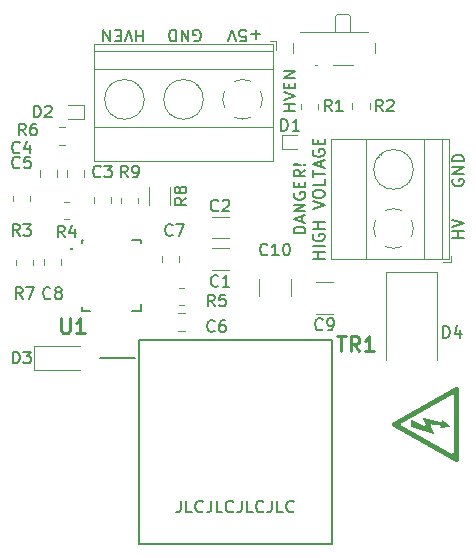
<source format=gbr>
%TF.GenerationSoftware,KiCad,Pcbnew,8.0.3-8.0.3-0~ubuntu22.04.1*%
%TF.CreationDate,2024-06-24T08:31:55-07:00*%
%TF.ProjectId,converter,636f6e76-6572-4746-9572-2e6b69636164,0.1*%
%TF.SameCoordinates,Original*%
%TF.FileFunction,Legend,Top*%
%TF.FilePolarity,Positive*%
%FSLAX46Y46*%
G04 Gerber Fmt 4.6, Leading zero omitted, Abs format (unit mm)*
G04 Created by KiCad (PCBNEW 8.0.3-8.0.3-0~ubuntu22.04.1) date 2024-06-24 08:31:55*
%MOMM*%
%LPD*%
G01*
G04 APERTURE LIST*
%ADD10C,0.200000*%
%ADD11C,0.150000*%
%ADD12C,0.254000*%
%ADD13C,0.120000*%
%ADD14C,0.400000*%
%ADD15C,0.101600*%
%ADD16C,0.100000*%
G04 APERTURE END LIST*
D10*
X97556387Y-87259219D02*
X97556387Y-87973504D01*
X97556387Y-87973504D02*
X97508768Y-88116361D01*
X97508768Y-88116361D02*
X97413530Y-88211600D01*
X97413530Y-88211600D02*
X97270673Y-88259219D01*
X97270673Y-88259219D02*
X97175435Y-88259219D01*
X98508768Y-88259219D02*
X98032578Y-88259219D01*
X98032578Y-88259219D02*
X98032578Y-87259219D01*
X99413530Y-88163980D02*
X99365911Y-88211600D01*
X99365911Y-88211600D02*
X99223054Y-88259219D01*
X99223054Y-88259219D02*
X99127816Y-88259219D01*
X99127816Y-88259219D02*
X98984959Y-88211600D01*
X98984959Y-88211600D02*
X98889721Y-88116361D01*
X98889721Y-88116361D02*
X98842102Y-88021123D01*
X98842102Y-88021123D02*
X98794483Y-87830647D01*
X98794483Y-87830647D02*
X98794483Y-87687790D01*
X98794483Y-87687790D02*
X98842102Y-87497314D01*
X98842102Y-87497314D02*
X98889721Y-87402076D01*
X98889721Y-87402076D02*
X98984959Y-87306838D01*
X98984959Y-87306838D02*
X99127816Y-87259219D01*
X99127816Y-87259219D02*
X99223054Y-87259219D01*
X99223054Y-87259219D02*
X99365911Y-87306838D01*
X99365911Y-87306838D02*
X99413530Y-87354457D01*
X100127816Y-87259219D02*
X100127816Y-87973504D01*
X100127816Y-87973504D02*
X100080197Y-88116361D01*
X100080197Y-88116361D02*
X99984959Y-88211600D01*
X99984959Y-88211600D02*
X99842102Y-88259219D01*
X99842102Y-88259219D02*
X99746864Y-88259219D01*
X101080197Y-88259219D02*
X100604007Y-88259219D01*
X100604007Y-88259219D02*
X100604007Y-87259219D01*
X101984959Y-88163980D02*
X101937340Y-88211600D01*
X101937340Y-88211600D02*
X101794483Y-88259219D01*
X101794483Y-88259219D02*
X101699245Y-88259219D01*
X101699245Y-88259219D02*
X101556388Y-88211600D01*
X101556388Y-88211600D02*
X101461150Y-88116361D01*
X101461150Y-88116361D02*
X101413531Y-88021123D01*
X101413531Y-88021123D02*
X101365912Y-87830647D01*
X101365912Y-87830647D02*
X101365912Y-87687790D01*
X101365912Y-87687790D02*
X101413531Y-87497314D01*
X101413531Y-87497314D02*
X101461150Y-87402076D01*
X101461150Y-87402076D02*
X101556388Y-87306838D01*
X101556388Y-87306838D02*
X101699245Y-87259219D01*
X101699245Y-87259219D02*
X101794483Y-87259219D01*
X101794483Y-87259219D02*
X101937340Y-87306838D01*
X101937340Y-87306838D02*
X101984959Y-87354457D01*
X102699245Y-87259219D02*
X102699245Y-87973504D01*
X102699245Y-87973504D02*
X102651626Y-88116361D01*
X102651626Y-88116361D02*
X102556388Y-88211600D01*
X102556388Y-88211600D02*
X102413531Y-88259219D01*
X102413531Y-88259219D02*
X102318293Y-88259219D01*
X103651626Y-88259219D02*
X103175436Y-88259219D01*
X103175436Y-88259219D02*
X103175436Y-87259219D01*
X104556388Y-88163980D02*
X104508769Y-88211600D01*
X104508769Y-88211600D02*
X104365912Y-88259219D01*
X104365912Y-88259219D02*
X104270674Y-88259219D01*
X104270674Y-88259219D02*
X104127817Y-88211600D01*
X104127817Y-88211600D02*
X104032579Y-88116361D01*
X104032579Y-88116361D02*
X103984960Y-88021123D01*
X103984960Y-88021123D02*
X103937341Y-87830647D01*
X103937341Y-87830647D02*
X103937341Y-87687790D01*
X103937341Y-87687790D02*
X103984960Y-87497314D01*
X103984960Y-87497314D02*
X104032579Y-87402076D01*
X104032579Y-87402076D02*
X104127817Y-87306838D01*
X104127817Y-87306838D02*
X104270674Y-87259219D01*
X104270674Y-87259219D02*
X104365912Y-87259219D01*
X104365912Y-87259219D02*
X104508769Y-87306838D01*
X104508769Y-87306838D02*
X104556388Y-87354457D01*
X105270674Y-87259219D02*
X105270674Y-87973504D01*
X105270674Y-87973504D02*
X105223055Y-88116361D01*
X105223055Y-88116361D02*
X105127817Y-88211600D01*
X105127817Y-88211600D02*
X104984960Y-88259219D01*
X104984960Y-88259219D02*
X104889722Y-88259219D01*
X106223055Y-88259219D02*
X105746865Y-88259219D01*
X105746865Y-88259219D02*
X105746865Y-87259219D01*
X107127817Y-88163980D02*
X107080198Y-88211600D01*
X107080198Y-88211600D02*
X106937341Y-88259219D01*
X106937341Y-88259219D02*
X106842103Y-88259219D01*
X106842103Y-88259219D02*
X106699246Y-88211600D01*
X106699246Y-88211600D02*
X106604008Y-88116361D01*
X106604008Y-88116361D02*
X106556389Y-88021123D01*
X106556389Y-88021123D02*
X106508770Y-87830647D01*
X106508770Y-87830647D02*
X106508770Y-87687790D01*
X106508770Y-87687790D02*
X106556389Y-87497314D01*
X106556389Y-87497314D02*
X106604008Y-87402076D01*
X106604008Y-87402076D02*
X106699246Y-87306838D01*
X106699246Y-87306838D02*
X106842103Y-87259219D01*
X106842103Y-87259219D02*
X106937341Y-87259219D01*
X106937341Y-87259219D02*
X107080198Y-87306838D01*
X107080198Y-87306838D02*
X107127817Y-87354457D01*
X98674517Y-48329161D02*
X98769755Y-48376780D01*
X98769755Y-48376780D02*
X98912612Y-48376780D01*
X98912612Y-48376780D02*
X99055469Y-48329161D01*
X99055469Y-48329161D02*
X99150707Y-48233923D01*
X99150707Y-48233923D02*
X99198326Y-48138685D01*
X99198326Y-48138685D02*
X99245945Y-47948209D01*
X99245945Y-47948209D02*
X99245945Y-47805352D01*
X99245945Y-47805352D02*
X99198326Y-47614876D01*
X99198326Y-47614876D02*
X99150707Y-47519638D01*
X99150707Y-47519638D02*
X99055469Y-47424400D01*
X99055469Y-47424400D02*
X98912612Y-47376780D01*
X98912612Y-47376780D02*
X98817374Y-47376780D01*
X98817374Y-47376780D02*
X98674517Y-47424400D01*
X98674517Y-47424400D02*
X98626898Y-47472019D01*
X98626898Y-47472019D02*
X98626898Y-47805352D01*
X98626898Y-47805352D02*
X98817374Y-47805352D01*
X98198326Y-47376780D02*
X98198326Y-48376780D01*
X98198326Y-48376780D02*
X97626898Y-47376780D01*
X97626898Y-47376780D02*
X97626898Y-48376780D01*
X97150707Y-47376780D02*
X97150707Y-48376780D01*
X97150707Y-48376780D02*
X96912612Y-48376780D01*
X96912612Y-48376780D02*
X96769755Y-48329161D01*
X96769755Y-48329161D02*
X96674517Y-48233923D01*
X96674517Y-48233923D02*
X96626898Y-48138685D01*
X96626898Y-48138685D02*
X96579279Y-47948209D01*
X96579279Y-47948209D02*
X96579279Y-47805352D01*
X96579279Y-47805352D02*
X96626898Y-47614876D01*
X96626898Y-47614876D02*
X96674517Y-47519638D01*
X96674517Y-47519638D02*
X96769755Y-47424400D01*
X96769755Y-47424400D02*
X96912612Y-47376780D01*
X96912612Y-47376780D02*
X97150707Y-47376780D01*
D11*
X107261819Y-54268475D02*
X106261819Y-54268475D01*
X106738009Y-54268475D02*
X106738009Y-53697047D01*
X107261819Y-53697047D02*
X106261819Y-53697047D01*
X106261819Y-53363713D02*
X107261819Y-53030380D01*
X107261819Y-53030380D02*
X106261819Y-52697047D01*
X106738009Y-52363713D02*
X106738009Y-52030380D01*
X107261819Y-51887523D02*
X107261819Y-52363713D01*
X107261819Y-52363713D02*
X106261819Y-52363713D01*
X106261819Y-52363713D02*
X106261819Y-51887523D01*
X107261819Y-51458951D02*
X106261819Y-51458951D01*
X106261819Y-51458951D02*
X107261819Y-50887523D01*
X107261819Y-50887523D02*
X106261819Y-50887523D01*
D10*
X120580838Y-60066517D02*
X120533219Y-60161755D01*
X120533219Y-60161755D02*
X120533219Y-60304612D01*
X120533219Y-60304612D02*
X120580838Y-60447469D01*
X120580838Y-60447469D02*
X120676076Y-60542707D01*
X120676076Y-60542707D02*
X120771314Y-60590326D01*
X120771314Y-60590326D02*
X120961790Y-60637945D01*
X120961790Y-60637945D02*
X121104647Y-60637945D01*
X121104647Y-60637945D02*
X121295123Y-60590326D01*
X121295123Y-60590326D02*
X121390361Y-60542707D01*
X121390361Y-60542707D02*
X121485600Y-60447469D01*
X121485600Y-60447469D02*
X121533219Y-60304612D01*
X121533219Y-60304612D02*
X121533219Y-60209374D01*
X121533219Y-60209374D02*
X121485600Y-60066517D01*
X121485600Y-60066517D02*
X121437980Y-60018898D01*
X121437980Y-60018898D02*
X121104647Y-60018898D01*
X121104647Y-60018898D02*
X121104647Y-60209374D01*
X121533219Y-59590326D02*
X120533219Y-59590326D01*
X120533219Y-59590326D02*
X121533219Y-59018898D01*
X121533219Y-59018898D02*
X120533219Y-59018898D01*
X121533219Y-58542707D02*
X120533219Y-58542707D01*
X120533219Y-58542707D02*
X120533219Y-58304612D01*
X120533219Y-58304612D02*
X120580838Y-58161755D01*
X120580838Y-58161755D02*
X120676076Y-58066517D01*
X120676076Y-58066517D02*
X120771314Y-58018898D01*
X120771314Y-58018898D02*
X120961790Y-57971279D01*
X120961790Y-57971279D02*
X121104647Y-57971279D01*
X121104647Y-57971279D02*
X121295123Y-58018898D01*
X121295123Y-58018898D02*
X121390361Y-58066517D01*
X121390361Y-58066517D02*
X121485600Y-58161755D01*
X121485600Y-58161755D02*
X121533219Y-58304612D01*
X121533219Y-58304612D02*
X121533219Y-58542707D01*
X104278326Y-47757733D02*
X103516422Y-47757733D01*
X103897374Y-47376780D02*
X103897374Y-48138685D01*
X102564041Y-48376780D02*
X103040231Y-48376780D01*
X103040231Y-48376780D02*
X103087850Y-47900590D01*
X103087850Y-47900590D02*
X103040231Y-47948209D01*
X103040231Y-47948209D02*
X102944993Y-47995828D01*
X102944993Y-47995828D02*
X102706898Y-47995828D01*
X102706898Y-47995828D02*
X102611660Y-47948209D01*
X102611660Y-47948209D02*
X102564041Y-47900590D01*
X102564041Y-47900590D02*
X102516422Y-47805352D01*
X102516422Y-47805352D02*
X102516422Y-47567257D01*
X102516422Y-47567257D02*
X102564041Y-47472019D01*
X102564041Y-47472019D02*
X102611660Y-47424400D01*
X102611660Y-47424400D02*
X102706898Y-47376780D01*
X102706898Y-47376780D02*
X102944993Y-47376780D01*
X102944993Y-47376780D02*
X103040231Y-47424400D01*
X103040231Y-47424400D02*
X103087850Y-47472019D01*
X102230707Y-48376780D02*
X101897374Y-47376780D01*
X101897374Y-47376780D02*
X101564041Y-48376780D01*
X94372326Y-47376780D02*
X94372326Y-48376780D01*
X94372326Y-47900590D02*
X93800898Y-47900590D01*
X93800898Y-47376780D02*
X93800898Y-48376780D01*
X93467564Y-48376780D02*
X93134231Y-47376780D01*
X93134231Y-47376780D02*
X92800898Y-48376780D01*
X92467564Y-47900590D02*
X92134231Y-47900590D01*
X91991374Y-47376780D02*
X92467564Y-47376780D01*
X92467564Y-47376780D02*
X92467564Y-48376780D01*
X92467564Y-48376780D02*
X91991374Y-48376780D01*
X91562802Y-47376780D02*
X91562802Y-48376780D01*
X91562802Y-48376780D02*
X90991374Y-47376780D01*
X90991374Y-47376780D02*
X90991374Y-48376780D01*
X121533219Y-65035326D02*
X120533219Y-65035326D01*
X121009409Y-65035326D02*
X121009409Y-64463898D01*
X121533219Y-64463898D02*
X120533219Y-64463898D01*
X120533219Y-64130564D02*
X121533219Y-63797231D01*
X121533219Y-63797231D02*
X120533219Y-63463898D01*
X108117275Y-64626761D02*
X107117275Y-64626761D01*
X107117275Y-64626761D02*
X107117275Y-64388666D01*
X107117275Y-64388666D02*
X107164894Y-64245809D01*
X107164894Y-64245809D02*
X107260132Y-64150571D01*
X107260132Y-64150571D02*
X107355370Y-64102952D01*
X107355370Y-64102952D02*
X107545846Y-64055333D01*
X107545846Y-64055333D02*
X107688703Y-64055333D01*
X107688703Y-64055333D02*
X107879179Y-64102952D01*
X107879179Y-64102952D02*
X107974417Y-64150571D01*
X107974417Y-64150571D02*
X108069656Y-64245809D01*
X108069656Y-64245809D02*
X108117275Y-64388666D01*
X108117275Y-64388666D02*
X108117275Y-64626761D01*
X107831560Y-63674380D02*
X107831560Y-63198190D01*
X108117275Y-63769618D02*
X107117275Y-63436285D01*
X107117275Y-63436285D02*
X108117275Y-63102952D01*
X108117275Y-62769618D02*
X107117275Y-62769618D01*
X107117275Y-62769618D02*
X108117275Y-62198190D01*
X108117275Y-62198190D02*
X107117275Y-62198190D01*
X107164894Y-61198190D02*
X107117275Y-61293428D01*
X107117275Y-61293428D02*
X107117275Y-61436285D01*
X107117275Y-61436285D02*
X107164894Y-61579142D01*
X107164894Y-61579142D02*
X107260132Y-61674380D01*
X107260132Y-61674380D02*
X107355370Y-61721999D01*
X107355370Y-61721999D02*
X107545846Y-61769618D01*
X107545846Y-61769618D02*
X107688703Y-61769618D01*
X107688703Y-61769618D02*
X107879179Y-61721999D01*
X107879179Y-61721999D02*
X107974417Y-61674380D01*
X107974417Y-61674380D02*
X108069656Y-61579142D01*
X108069656Y-61579142D02*
X108117275Y-61436285D01*
X108117275Y-61436285D02*
X108117275Y-61341047D01*
X108117275Y-61341047D02*
X108069656Y-61198190D01*
X108069656Y-61198190D02*
X108022036Y-61150571D01*
X108022036Y-61150571D02*
X107688703Y-61150571D01*
X107688703Y-61150571D02*
X107688703Y-61341047D01*
X107593465Y-60721999D02*
X107593465Y-60388666D01*
X108117275Y-60245809D02*
X108117275Y-60721999D01*
X108117275Y-60721999D02*
X107117275Y-60721999D01*
X107117275Y-60721999D02*
X107117275Y-60245809D01*
X108117275Y-59245809D02*
X107641084Y-59579142D01*
X108117275Y-59817237D02*
X107117275Y-59817237D01*
X107117275Y-59817237D02*
X107117275Y-59436285D01*
X107117275Y-59436285D02*
X107164894Y-59341047D01*
X107164894Y-59341047D02*
X107212513Y-59293428D01*
X107212513Y-59293428D02*
X107307751Y-59245809D01*
X107307751Y-59245809D02*
X107450608Y-59245809D01*
X107450608Y-59245809D02*
X107545846Y-59293428D01*
X107545846Y-59293428D02*
X107593465Y-59341047D01*
X107593465Y-59341047D02*
X107641084Y-59436285D01*
X107641084Y-59436285D02*
X107641084Y-59817237D01*
X108022036Y-58817237D02*
X108069656Y-58769618D01*
X108069656Y-58769618D02*
X108117275Y-58817237D01*
X108117275Y-58817237D02*
X108069656Y-58864856D01*
X108069656Y-58864856D02*
X108022036Y-58817237D01*
X108022036Y-58817237D02*
X108117275Y-58817237D01*
X107736322Y-58817237D02*
X107164894Y-58864856D01*
X107164894Y-58864856D02*
X107117275Y-58817237D01*
X107117275Y-58817237D02*
X107164894Y-58769618D01*
X107164894Y-58769618D02*
X107736322Y-58817237D01*
X107736322Y-58817237D02*
X107117275Y-58817237D01*
X109727219Y-66769618D02*
X108727219Y-66769618D01*
X109203409Y-66769618D02*
X109203409Y-66198190D01*
X109727219Y-66198190D02*
X108727219Y-66198190D01*
X109727219Y-65721999D02*
X108727219Y-65721999D01*
X108774838Y-64722000D02*
X108727219Y-64817238D01*
X108727219Y-64817238D02*
X108727219Y-64960095D01*
X108727219Y-64960095D02*
X108774838Y-65102952D01*
X108774838Y-65102952D02*
X108870076Y-65198190D01*
X108870076Y-65198190D02*
X108965314Y-65245809D01*
X108965314Y-65245809D02*
X109155790Y-65293428D01*
X109155790Y-65293428D02*
X109298647Y-65293428D01*
X109298647Y-65293428D02*
X109489123Y-65245809D01*
X109489123Y-65245809D02*
X109584361Y-65198190D01*
X109584361Y-65198190D02*
X109679600Y-65102952D01*
X109679600Y-65102952D02*
X109727219Y-64960095D01*
X109727219Y-64960095D02*
X109727219Y-64864857D01*
X109727219Y-64864857D02*
X109679600Y-64722000D01*
X109679600Y-64722000D02*
X109631980Y-64674381D01*
X109631980Y-64674381D02*
X109298647Y-64674381D01*
X109298647Y-64674381D02*
X109298647Y-64864857D01*
X109727219Y-64245809D02*
X108727219Y-64245809D01*
X109203409Y-64245809D02*
X109203409Y-63674381D01*
X109727219Y-63674381D02*
X108727219Y-63674381D01*
X108727219Y-62579142D02*
X109727219Y-62245809D01*
X109727219Y-62245809D02*
X108727219Y-61912476D01*
X108727219Y-61388666D02*
X108727219Y-61198190D01*
X108727219Y-61198190D02*
X108774838Y-61102952D01*
X108774838Y-61102952D02*
X108870076Y-61007714D01*
X108870076Y-61007714D02*
X109060552Y-60960095D01*
X109060552Y-60960095D02*
X109393885Y-60960095D01*
X109393885Y-60960095D02*
X109584361Y-61007714D01*
X109584361Y-61007714D02*
X109679600Y-61102952D01*
X109679600Y-61102952D02*
X109727219Y-61198190D01*
X109727219Y-61198190D02*
X109727219Y-61388666D01*
X109727219Y-61388666D02*
X109679600Y-61483904D01*
X109679600Y-61483904D02*
X109584361Y-61579142D01*
X109584361Y-61579142D02*
X109393885Y-61626761D01*
X109393885Y-61626761D02*
X109060552Y-61626761D01*
X109060552Y-61626761D02*
X108870076Y-61579142D01*
X108870076Y-61579142D02*
X108774838Y-61483904D01*
X108774838Y-61483904D02*
X108727219Y-61388666D01*
X109727219Y-60055333D02*
X109727219Y-60531523D01*
X109727219Y-60531523D02*
X108727219Y-60531523D01*
X108727219Y-59864856D02*
X108727219Y-59293428D01*
X109727219Y-59579142D02*
X108727219Y-59579142D01*
X109441504Y-59007713D02*
X109441504Y-58531523D01*
X109727219Y-59102951D02*
X108727219Y-58769618D01*
X108727219Y-58769618D02*
X109727219Y-58436285D01*
X108774838Y-57579142D02*
X108727219Y-57674380D01*
X108727219Y-57674380D02*
X108727219Y-57817237D01*
X108727219Y-57817237D02*
X108774838Y-57960094D01*
X108774838Y-57960094D02*
X108870076Y-58055332D01*
X108870076Y-58055332D02*
X108965314Y-58102951D01*
X108965314Y-58102951D02*
X109155790Y-58150570D01*
X109155790Y-58150570D02*
X109298647Y-58150570D01*
X109298647Y-58150570D02*
X109489123Y-58102951D01*
X109489123Y-58102951D02*
X109584361Y-58055332D01*
X109584361Y-58055332D02*
X109679600Y-57960094D01*
X109679600Y-57960094D02*
X109727219Y-57817237D01*
X109727219Y-57817237D02*
X109727219Y-57721999D01*
X109727219Y-57721999D02*
X109679600Y-57579142D01*
X109679600Y-57579142D02*
X109631980Y-57531523D01*
X109631980Y-57531523D02*
X109298647Y-57531523D01*
X109298647Y-57531523D02*
X109298647Y-57721999D01*
X109203409Y-57102951D02*
X109203409Y-56769618D01*
X109727219Y-56626761D02*
X109727219Y-57102951D01*
X109727219Y-57102951D02*
X108727219Y-57102951D01*
X108727219Y-57102951D02*
X108727219Y-56626761D01*
D11*
X100720333Y-69066580D02*
X100672714Y-69114200D01*
X100672714Y-69114200D02*
X100529857Y-69161819D01*
X100529857Y-69161819D02*
X100434619Y-69161819D01*
X100434619Y-69161819D02*
X100291762Y-69114200D01*
X100291762Y-69114200D02*
X100196524Y-69018961D01*
X100196524Y-69018961D02*
X100148905Y-68923723D01*
X100148905Y-68923723D02*
X100101286Y-68733247D01*
X100101286Y-68733247D02*
X100101286Y-68590390D01*
X100101286Y-68590390D02*
X100148905Y-68399914D01*
X100148905Y-68399914D02*
X100196524Y-68304676D01*
X100196524Y-68304676D02*
X100291762Y-68209438D01*
X100291762Y-68209438D02*
X100434619Y-68161819D01*
X100434619Y-68161819D02*
X100529857Y-68161819D01*
X100529857Y-68161819D02*
X100672714Y-68209438D01*
X100672714Y-68209438D02*
X100720333Y-68257057D01*
X101672714Y-69161819D02*
X101101286Y-69161819D01*
X101387000Y-69161819D02*
X101387000Y-68161819D01*
X101387000Y-68161819D02*
X101291762Y-68304676D01*
X101291762Y-68304676D02*
X101196524Y-68399914D01*
X101196524Y-68399914D02*
X101101286Y-68447533D01*
X98032819Y-61634666D02*
X97556628Y-61967999D01*
X98032819Y-62206094D02*
X97032819Y-62206094D01*
X97032819Y-62206094D02*
X97032819Y-61825142D01*
X97032819Y-61825142D02*
X97080438Y-61729904D01*
X97080438Y-61729904D02*
X97128057Y-61682285D01*
X97128057Y-61682285D02*
X97223295Y-61634666D01*
X97223295Y-61634666D02*
X97366152Y-61634666D01*
X97366152Y-61634666D02*
X97461390Y-61682285D01*
X97461390Y-61682285D02*
X97509009Y-61729904D01*
X97509009Y-61729904D02*
X97556628Y-61825142D01*
X97556628Y-61825142D02*
X97556628Y-62206094D01*
X97461390Y-61063237D02*
X97413771Y-61158475D01*
X97413771Y-61158475D02*
X97366152Y-61206094D01*
X97366152Y-61206094D02*
X97270914Y-61253713D01*
X97270914Y-61253713D02*
X97223295Y-61253713D01*
X97223295Y-61253713D02*
X97128057Y-61206094D01*
X97128057Y-61206094D02*
X97080438Y-61158475D01*
X97080438Y-61158475D02*
X97032819Y-61063237D01*
X97032819Y-61063237D02*
X97032819Y-60872761D01*
X97032819Y-60872761D02*
X97080438Y-60777523D01*
X97080438Y-60777523D02*
X97128057Y-60729904D01*
X97128057Y-60729904D02*
X97223295Y-60682285D01*
X97223295Y-60682285D02*
X97270914Y-60682285D01*
X97270914Y-60682285D02*
X97366152Y-60729904D01*
X97366152Y-60729904D02*
X97413771Y-60777523D01*
X97413771Y-60777523D02*
X97461390Y-60872761D01*
X97461390Y-60872761D02*
X97461390Y-61063237D01*
X97461390Y-61063237D02*
X97509009Y-61158475D01*
X97509009Y-61158475D02*
X97556628Y-61206094D01*
X97556628Y-61206094D02*
X97651866Y-61253713D01*
X97651866Y-61253713D02*
X97842342Y-61253713D01*
X97842342Y-61253713D02*
X97937580Y-61206094D01*
X97937580Y-61206094D02*
X97985200Y-61158475D01*
X97985200Y-61158475D02*
X98032819Y-61063237D01*
X98032819Y-61063237D02*
X98032819Y-60872761D01*
X98032819Y-60872761D02*
X97985200Y-60777523D01*
X97985200Y-60777523D02*
X97937580Y-60729904D01*
X97937580Y-60729904D02*
X97842342Y-60682285D01*
X97842342Y-60682285D02*
X97651866Y-60682285D01*
X97651866Y-60682285D02*
X97556628Y-60729904D01*
X97556628Y-60729904D02*
X97509009Y-60777523D01*
X97509009Y-60777523D02*
X97461390Y-60872761D01*
X83907333Y-59033580D02*
X83859714Y-59081200D01*
X83859714Y-59081200D02*
X83716857Y-59128819D01*
X83716857Y-59128819D02*
X83621619Y-59128819D01*
X83621619Y-59128819D02*
X83478762Y-59081200D01*
X83478762Y-59081200D02*
X83383524Y-58985961D01*
X83383524Y-58985961D02*
X83335905Y-58890723D01*
X83335905Y-58890723D02*
X83288286Y-58700247D01*
X83288286Y-58700247D02*
X83288286Y-58557390D01*
X83288286Y-58557390D02*
X83335905Y-58366914D01*
X83335905Y-58366914D02*
X83383524Y-58271676D01*
X83383524Y-58271676D02*
X83478762Y-58176438D01*
X83478762Y-58176438D02*
X83621619Y-58128819D01*
X83621619Y-58128819D02*
X83716857Y-58128819D01*
X83716857Y-58128819D02*
X83859714Y-58176438D01*
X83859714Y-58176438D02*
X83907333Y-58224057D01*
X84812095Y-58128819D02*
X84335905Y-58128819D01*
X84335905Y-58128819D02*
X84288286Y-58605009D01*
X84288286Y-58605009D02*
X84335905Y-58557390D01*
X84335905Y-58557390D02*
X84431143Y-58509771D01*
X84431143Y-58509771D02*
X84669238Y-58509771D01*
X84669238Y-58509771D02*
X84764476Y-58557390D01*
X84764476Y-58557390D02*
X84812095Y-58605009D01*
X84812095Y-58605009D02*
X84859714Y-58700247D01*
X84859714Y-58700247D02*
X84859714Y-58938342D01*
X84859714Y-58938342D02*
X84812095Y-59033580D01*
X84812095Y-59033580D02*
X84764476Y-59081200D01*
X84764476Y-59081200D02*
X84669238Y-59128819D01*
X84669238Y-59128819D02*
X84431143Y-59128819D01*
X84431143Y-59128819D02*
X84335905Y-59081200D01*
X84335905Y-59081200D02*
X84288286Y-59033580D01*
D12*
X87424380Y-71821318D02*
X87424380Y-72849413D01*
X87424380Y-72849413D02*
X87484857Y-72970365D01*
X87484857Y-72970365D02*
X87545333Y-73030842D01*
X87545333Y-73030842D02*
X87666285Y-73091318D01*
X87666285Y-73091318D02*
X87908190Y-73091318D01*
X87908190Y-73091318D02*
X88029142Y-73030842D01*
X88029142Y-73030842D02*
X88089619Y-72970365D01*
X88089619Y-72970365D02*
X88150095Y-72849413D01*
X88150095Y-72849413D02*
X88150095Y-71821318D01*
X89420095Y-73091318D02*
X88694380Y-73091318D01*
X89057237Y-73091318D02*
X89057237Y-71821318D01*
X89057237Y-71821318D02*
X88936285Y-72002746D01*
X88936285Y-72002746D02*
X88815333Y-72123699D01*
X88815333Y-72123699D02*
X88694380Y-72184175D01*
D11*
X90765333Y-59795580D02*
X90717714Y-59843200D01*
X90717714Y-59843200D02*
X90574857Y-59890819D01*
X90574857Y-59890819D02*
X90479619Y-59890819D01*
X90479619Y-59890819D02*
X90336762Y-59843200D01*
X90336762Y-59843200D02*
X90241524Y-59747961D01*
X90241524Y-59747961D02*
X90193905Y-59652723D01*
X90193905Y-59652723D02*
X90146286Y-59462247D01*
X90146286Y-59462247D02*
X90146286Y-59319390D01*
X90146286Y-59319390D02*
X90193905Y-59128914D01*
X90193905Y-59128914D02*
X90241524Y-59033676D01*
X90241524Y-59033676D02*
X90336762Y-58938438D01*
X90336762Y-58938438D02*
X90479619Y-58890819D01*
X90479619Y-58890819D02*
X90574857Y-58890819D01*
X90574857Y-58890819D02*
X90717714Y-58938438D01*
X90717714Y-58938438D02*
X90765333Y-58986057D01*
X91098667Y-58890819D02*
X91717714Y-58890819D01*
X91717714Y-58890819D02*
X91384381Y-59271771D01*
X91384381Y-59271771D02*
X91527238Y-59271771D01*
X91527238Y-59271771D02*
X91622476Y-59319390D01*
X91622476Y-59319390D02*
X91670095Y-59367009D01*
X91670095Y-59367009D02*
X91717714Y-59462247D01*
X91717714Y-59462247D02*
X91717714Y-59700342D01*
X91717714Y-59700342D02*
X91670095Y-59795580D01*
X91670095Y-59795580D02*
X91622476Y-59843200D01*
X91622476Y-59843200D02*
X91527238Y-59890819D01*
X91527238Y-59890819D02*
X91241524Y-59890819D01*
X91241524Y-59890819D02*
X91146286Y-59843200D01*
X91146286Y-59843200D02*
X91098667Y-59795580D01*
X87717333Y-64970819D02*
X87384000Y-64494628D01*
X87145905Y-64970819D02*
X87145905Y-63970819D01*
X87145905Y-63970819D02*
X87526857Y-63970819D01*
X87526857Y-63970819D02*
X87622095Y-64018438D01*
X87622095Y-64018438D02*
X87669714Y-64066057D01*
X87669714Y-64066057D02*
X87717333Y-64161295D01*
X87717333Y-64161295D02*
X87717333Y-64304152D01*
X87717333Y-64304152D02*
X87669714Y-64399390D01*
X87669714Y-64399390D02*
X87622095Y-64447009D01*
X87622095Y-64447009D02*
X87526857Y-64494628D01*
X87526857Y-64494628D02*
X87145905Y-64494628D01*
X88574476Y-64304152D02*
X88574476Y-64970819D01*
X88336381Y-63923200D02*
X88098286Y-64637485D01*
X88098286Y-64637485D02*
X88717333Y-64637485D01*
X85113905Y-54810819D02*
X85113905Y-53810819D01*
X85113905Y-53810819D02*
X85352000Y-53810819D01*
X85352000Y-53810819D02*
X85494857Y-53858438D01*
X85494857Y-53858438D02*
X85590095Y-53953676D01*
X85590095Y-53953676D02*
X85637714Y-54048914D01*
X85637714Y-54048914D02*
X85685333Y-54239390D01*
X85685333Y-54239390D02*
X85685333Y-54382247D01*
X85685333Y-54382247D02*
X85637714Y-54572723D01*
X85637714Y-54572723D02*
X85590095Y-54667961D01*
X85590095Y-54667961D02*
X85494857Y-54763200D01*
X85494857Y-54763200D02*
X85352000Y-54810819D01*
X85352000Y-54810819D02*
X85113905Y-54810819D01*
X86066286Y-53906057D02*
X86113905Y-53858438D01*
X86113905Y-53858438D02*
X86209143Y-53810819D01*
X86209143Y-53810819D02*
X86447238Y-53810819D01*
X86447238Y-53810819D02*
X86542476Y-53858438D01*
X86542476Y-53858438D02*
X86590095Y-53906057D01*
X86590095Y-53906057D02*
X86637714Y-54001295D01*
X86637714Y-54001295D02*
X86637714Y-54096533D01*
X86637714Y-54096533D02*
X86590095Y-54239390D01*
X86590095Y-54239390D02*
X86018667Y-54810819D01*
X86018667Y-54810819D02*
X86637714Y-54810819D01*
X119784905Y-73479819D02*
X119784905Y-72479819D01*
X119784905Y-72479819D02*
X120023000Y-72479819D01*
X120023000Y-72479819D02*
X120165857Y-72527438D01*
X120165857Y-72527438D02*
X120261095Y-72622676D01*
X120261095Y-72622676D02*
X120308714Y-72717914D01*
X120308714Y-72717914D02*
X120356333Y-72908390D01*
X120356333Y-72908390D02*
X120356333Y-73051247D01*
X120356333Y-73051247D02*
X120308714Y-73241723D01*
X120308714Y-73241723D02*
X120261095Y-73336961D01*
X120261095Y-73336961D02*
X120165857Y-73432200D01*
X120165857Y-73432200D02*
X120023000Y-73479819D01*
X120023000Y-73479819D02*
X119784905Y-73479819D01*
X121213476Y-72813152D02*
X121213476Y-73479819D01*
X120975381Y-72432200D02*
X120737286Y-73146485D01*
X120737286Y-73146485D02*
X121356333Y-73146485D01*
X96861333Y-64748580D02*
X96813714Y-64796200D01*
X96813714Y-64796200D02*
X96670857Y-64843819D01*
X96670857Y-64843819D02*
X96575619Y-64843819D01*
X96575619Y-64843819D02*
X96432762Y-64796200D01*
X96432762Y-64796200D02*
X96337524Y-64700961D01*
X96337524Y-64700961D02*
X96289905Y-64605723D01*
X96289905Y-64605723D02*
X96242286Y-64415247D01*
X96242286Y-64415247D02*
X96242286Y-64272390D01*
X96242286Y-64272390D02*
X96289905Y-64081914D01*
X96289905Y-64081914D02*
X96337524Y-63986676D01*
X96337524Y-63986676D02*
X96432762Y-63891438D01*
X96432762Y-63891438D02*
X96575619Y-63843819D01*
X96575619Y-63843819D02*
X96670857Y-63843819D01*
X96670857Y-63843819D02*
X96813714Y-63891438D01*
X96813714Y-63891438D02*
X96861333Y-63939057D01*
X97194667Y-63843819D02*
X97861333Y-63843819D01*
X97861333Y-63843819D02*
X97432762Y-64843819D01*
X83335905Y-75638819D02*
X83335905Y-74638819D01*
X83335905Y-74638819D02*
X83574000Y-74638819D01*
X83574000Y-74638819D02*
X83716857Y-74686438D01*
X83716857Y-74686438D02*
X83812095Y-74781676D01*
X83812095Y-74781676D02*
X83859714Y-74876914D01*
X83859714Y-74876914D02*
X83907333Y-75067390D01*
X83907333Y-75067390D02*
X83907333Y-75210247D01*
X83907333Y-75210247D02*
X83859714Y-75400723D01*
X83859714Y-75400723D02*
X83812095Y-75495961D01*
X83812095Y-75495961D02*
X83716857Y-75591200D01*
X83716857Y-75591200D02*
X83574000Y-75638819D01*
X83574000Y-75638819D02*
X83335905Y-75638819D01*
X84240667Y-74638819D02*
X84859714Y-74638819D01*
X84859714Y-74638819D02*
X84526381Y-75019771D01*
X84526381Y-75019771D02*
X84669238Y-75019771D01*
X84669238Y-75019771D02*
X84764476Y-75067390D01*
X84764476Y-75067390D02*
X84812095Y-75115009D01*
X84812095Y-75115009D02*
X84859714Y-75210247D01*
X84859714Y-75210247D02*
X84859714Y-75448342D01*
X84859714Y-75448342D02*
X84812095Y-75543580D01*
X84812095Y-75543580D02*
X84764476Y-75591200D01*
X84764476Y-75591200D02*
X84669238Y-75638819D01*
X84669238Y-75638819D02*
X84383524Y-75638819D01*
X84383524Y-75638819D02*
X84288286Y-75591200D01*
X84288286Y-75591200D02*
X84240667Y-75543580D01*
X114641333Y-54302819D02*
X114308000Y-53826628D01*
X114069905Y-54302819D02*
X114069905Y-53302819D01*
X114069905Y-53302819D02*
X114450857Y-53302819D01*
X114450857Y-53302819D02*
X114546095Y-53350438D01*
X114546095Y-53350438D02*
X114593714Y-53398057D01*
X114593714Y-53398057D02*
X114641333Y-53493295D01*
X114641333Y-53493295D02*
X114641333Y-53636152D01*
X114641333Y-53636152D02*
X114593714Y-53731390D01*
X114593714Y-53731390D02*
X114546095Y-53779009D01*
X114546095Y-53779009D02*
X114450857Y-53826628D01*
X114450857Y-53826628D02*
X114069905Y-53826628D01*
X115022286Y-53398057D02*
X115069905Y-53350438D01*
X115069905Y-53350438D02*
X115165143Y-53302819D01*
X115165143Y-53302819D02*
X115403238Y-53302819D01*
X115403238Y-53302819D02*
X115498476Y-53350438D01*
X115498476Y-53350438D02*
X115546095Y-53398057D01*
X115546095Y-53398057D02*
X115593714Y-53493295D01*
X115593714Y-53493295D02*
X115593714Y-53588533D01*
X115593714Y-53588533D02*
X115546095Y-53731390D01*
X115546095Y-53731390D02*
X114974667Y-54302819D01*
X114974667Y-54302819D02*
X115593714Y-54302819D01*
X106068905Y-55953819D02*
X106068905Y-54953819D01*
X106068905Y-54953819D02*
X106307000Y-54953819D01*
X106307000Y-54953819D02*
X106449857Y-55001438D01*
X106449857Y-55001438D02*
X106545095Y-55096676D01*
X106545095Y-55096676D02*
X106592714Y-55191914D01*
X106592714Y-55191914D02*
X106640333Y-55382390D01*
X106640333Y-55382390D02*
X106640333Y-55525247D01*
X106640333Y-55525247D02*
X106592714Y-55715723D01*
X106592714Y-55715723D02*
X106545095Y-55810961D01*
X106545095Y-55810961D02*
X106449857Y-55906200D01*
X106449857Y-55906200D02*
X106307000Y-55953819D01*
X106307000Y-55953819D02*
X106068905Y-55953819D01*
X107592714Y-55953819D02*
X107021286Y-55953819D01*
X107307000Y-55953819D02*
X107307000Y-54953819D01*
X107307000Y-54953819D02*
X107211762Y-55096676D01*
X107211762Y-55096676D02*
X107116524Y-55191914D01*
X107116524Y-55191914D02*
X107021286Y-55239533D01*
X84415333Y-56334819D02*
X84082000Y-55858628D01*
X83843905Y-56334819D02*
X83843905Y-55334819D01*
X83843905Y-55334819D02*
X84224857Y-55334819D01*
X84224857Y-55334819D02*
X84320095Y-55382438D01*
X84320095Y-55382438D02*
X84367714Y-55430057D01*
X84367714Y-55430057D02*
X84415333Y-55525295D01*
X84415333Y-55525295D02*
X84415333Y-55668152D01*
X84415333Y-55668152D02*
X84367714Y-55763390D01*
X84367714Y-55763390D02*
X84320095Y-55811009D01*
X84320095Y-55811009D02*
X84224857Y-55858628D01*
X84224857Y-55858628D02*
X83843905Y-55858628D01*
X85272476Y-55334819D02*
X85082000Y-55334819D01*
X85082000Y-55334819D02*
X84986762Y-55382438D01*
X84986762Y-55382438D02*
X84939143Y-55430057D01*
X84939143Y-55430057D02*
X84843905Y-55572914D01*
X84843905Y-55572914D02*
X84796286Y-55763390D01*
X84796286Y-55763390D02*
X84796286Y-56144342D01*
X84796286Y-56144342D02*
X84843905Y-56239580D01*
X84843905Y-56239580D02*
X84891524Y-56287200D01*
X84891524Y-56287200D02*
X84986762Y-56334819D01*
X84986762Y-56334819D02*
X85177238Y-56334819D01*
X85177238Y-56334819D02*
X85272476Y-56287200D01*
X85272476Y-56287200D02*
X85320095Y-56239580D01*
X85320095Y-56239580D02*
X85367714Y-56144342D01*
X85367714Y-56144342D02*
X85367714Y-55906247D01*
X85367714Y-55906247D02*
X85320095Y-55811009D01*
X85320095Y-55811009D02*
X85272476Y-55763390D01*
X85272476Y-55763390D02*
X85177238Y-55715771D01*
X85177238Y-55715771D02*
X84986762Y-55715771D01*
X84986762Y-55715771D02*
X84891524Y-55763390D01*
X84891524Y-55763390D02*
X84843905Y-55811009D01*
X84843905Y-55811009D02*
X84796286Y-55906247D01*
X86525333Y-70104080D02*
X86477714Y-70151700D01*
X86477714Y-70151700D02*
X86334857Y-70199319D01*
X86334857Y-70199319D02*
X86239619Y-70199319D01*
X86239619Y-70199319D02*
X86096762Y-70151700D01*
X86096762Y-70151700D02*
X86001524Y-70056461D01*
X86001524Y-70056461D02*
X85953905Y-69961223D01*
X85953905Y-69961223D02*
X85906286Y-69770747D01*
X85906286Y-69770747D02*
X85906286Y-69627890D01*
X85906286Y-69627890D02*
X85953905Y-69437414D01*
X85953905Y-69437414D02*
X86001524Y-69342176D01*
X86001524Y-69342176D02*
X86096762Y-69246938D01*
X86096762Y-69246938D02*
X86239619Y-69199319D01*
X86239619Y-69199319D02*
X86334857Y-69199319D01*
X86334857Y-69199319D02*
X86477714Y-69246938D01*
X86477714Y-69246938D02*
X86525333Y-69294557D01*
X87096762Y-69627890D02*
X87001524Y-69580271D01*
X87001524Y-69580271D02*
X86953905Y-69532652D01*
X86953905Y-69532652D02*
X86906286Y-69437414D01*
X86906286Y-69437414D02*
X86906286Y-69389795D01*
X86906286Y-69389795D02*
X86953905Y-69294557D01*
X86953905Y-69294557D02*
X87001524Y-69246938D01*
X87001524Y-69246938D02*
X87096762Y-69199319D01*
X87096762Y-69199319D02*
X87287238Y-69199319D01*
X87287238Y-69199319D02*
X87382476Y-69246938D01*
X87382476Y-69246938D02*
X87430095Y-69294557D01*
X87430095Y-69294557D02*
X87477714Y-69389795D01*
X87477714Y-69389795D02*
X87477714Y-69437414D01*
X87477714Y-69437414D02*
X87430095Y-69532652D01*
X87430095Y-69532652D02*
X87382476Y-69580271D01*
X87382476Y-69580271D02*
X87287238Y-69627890D01*
X87287238Y-69627890D02*
X87096762Y-69627890D01*
X87096762Y-69627890D02*
X87001524Y-69675509D01*
X87001524Y-69675509D02*
X86953905Y-69723128D01*
X86953905Y-69723128D02*
X86906286Y-69818366D01*
X86906286Y-69818366D02*
X86906286Y-70008842D01*
X86906286Y-70008842D02*
X86953905Y-70104080D01*
X86953905Y-70104080D02*
X87001524Y-70151700D01*
X87001524Y-70151700D02*
X87096762Y-70199319D01*
X87096762Y-70199319D02*
X87287238Y-70199319D01*
X87287238Y-70199319D02*
X87382476Y-70151700D01*
X87382476Y-70151700D02*
X87430095Y-70104080D01*
X87430095Y-70104080D02*
X87477714Y-70008842D01*
X87477714Y-70008842D02*
X87477714Y-69818366D01*
X87477714Y-69818366D02*
X87430095Y-69723128D01*
X87430095Y-69723128D02*
X87382476Y-69675509D01*
X87382476Y-69675509D02*
X87287238Y-69627890D01*
X100417333Y-72876580D02*
X100369714Y-72924200D01*
X100369714Y-72924200D02*
X100226857Y-72971819D01*
X100226857Y-72971819D02*
X100131619Y-72971819D01*
X100131619Y-72971819D02*
X99988762Y-72924200D01*
X99988762Y-72924200D02*
X99893524Y-72828961D01*
X99893524Y-72828961D02*
X99845905Y-72733723D01*
X99845905Y-72733723D02*
X99798286Y-72543247D01*
X99798286Y-72543247D02*
X99798286Y-72400390D01*
X99798286Y-72400390D02*
X99845905Y-72209914D01*
X99845905Y-72209914D02*
X99893524Y-72114676D01*
X99893524Y-72114676D02*
X99988762Y-72019438D01*
X99988762Y-72019438D02*
X100131619Y-71971819D01*
X100131619Y-71971819D02*
X100226857Y-71971819D01*
X100226857Y-71971819D02*
X100369714Y-72019438D01*
X100369714Y-72019438D02*
X100417333Y-72067057D01*
X101274476Y-71971819D02*
X101084000Y-71971819D01*
X101084000Y-71971819D02*
X100988762Y-72019438D01*
X100988762Y-72019438D02*
X100941143Y-72067057D01*
X100941143Y-72067057D02*
X100845905Y-72209914D01*
X100845905Y-72209914D02*
X100798286Y-72400390D01*
X100798286Y-72400390D02*
X100798286Y-72781342D01*
X100798286Y-72781342D02*
X100845905Y-72876580D01*
X100845905Y-72876580D02*
X100893524Y-72924200D01*
X100893524Y-72924200D02*
X100988762Y-72971819D01*
X100988762Y-72971819D02*
X101179238Y-72971819D01*
X101179238Y-72971819D02*
X101274476Y-72924200D01*
X101274476Y-72924200D02*
X101322095Y-72876580D01*
X101322095Y-72876580D02*
X101369714Y-72781342D01*
X101369714Y-72781342D02*
X101369714Y-72543247D01*
X101369714Y-72543247D02*
X101322095Y-72448009D01*
X101322095Y-72448009D02*
X101274476Y-72400390D01*
X101274476Y-72400390D02*
X101179238Y-72352771D01*
X101179238Y-72352771D02*
X100988762Y-72352771D01*
X100988762Y-72352771D02*
X100893524Y-72400390D01*
X100893524Y-72400390D02*
X100845905Y-72448009D01*
X100845905Y-72448009D02*
X100798286Y-72543247D01*
X93051333Y-59890819D02*
X92718000Y-59414628D01*
X92479905Y-59890819D02*
X92479905Y-58890819D01*
X92479905Y-58890819D02*
X92860857Y-58890819D01*
X92860857Y-58890819D02*
X92956095Y-58938438D01*
X92956095Y-58938438D02*
X93003714Y-58986057D01*
X93003714Y-58986057D02*
X93051333Y-59081295D01*
X93051333Y-59081295D02*
X93051333Y-59224152D01*
X93051333Y-59224152D02*
X93003714Y-59319390D01*
X93003714Y-59319390D02*
X92956095Y-59367009D01*
X92956095Y-59367009D02*
X92860857Y-59414628D01*
X92860857Y-59414628D02*
X92479905Y-59414628D01*
X93527524Y-59890819D02*
X93718000Y-59890819D01*
X93718000Y-59890819D02*
X93813238Y-59843200D01*
X93813238Y-59843200D02*
X93860857Y-59795580D01*
X93860857Y-59795580D02*
X93956095Y-59652723D01*
X93956095Y-59652723D02*
X94003714Y-59462247D01*
X94003714Y-59462247D02*
X94003714Y-59081295D01*
X94003714Y-59081295D02*
X93956095Y-58986057D01*
X93956095Y-58986057D02*
X93908476Y-58938438D01*
X93908476Y-58938438D02*
X93813238Y-58890819D01*
X93813238Y-58890819D02*
X93622762Y-58890819D01*
X93622762Y-58890819D02*
X93527524Y-58938438D01*
X93527524Y-58938438D02*
X93479905Y-58986057D01*
X93479905Y-58986057D02*
X93432286Y-59081295D01*
X93432286Y-59081295D02*
X93432286Y-59319390D01*
X93432286Y-59319390D02*
X93479905Y-59414628D01*
X93479905Y-59414628D02*
X93527524Y-59462247D01*
X93527524Y-59462247D02*
X93622762Y-59509866D01*
X93622762Y-59509866D02*
X93813238Y-59509866D01*
X93813238Y-59509866D02*
X93908476Y-59462247D01*
X93908476Y-59462247D02*
X93956095Y-59414628D01*
X93956095Y-59414628D02*
X94003714Y-59319390D01*
X110323333Y-54302819D02*
X109990000Y-53826628D01*
X109751905Y-54302819D02*
X109751905Y-53302819D01*
X109751905Y-53302819D02*
X110132857Y-53302819D01*
X110132857Y-53302819D02*
X110228095Y-53350438D01*
X110228095Y-53350438D02*
X110275714Y-53398057D01*
X110275714Y-53398057D02*
X110323333Y-53493295D01*
X110323333Y-53493295D02*
X110323333Y-53636152D01*
X110323333Y-53636152D02*
X110275714Y-53731390D01*
X110275714Y-53731390D02*
X110228095Y-53779009D01*
X110228095Y-53779009D02*
X110132857Y-53826628D01*
X110132857Y-53826628D02*
X109751905Y-53826628D01*
X111275714Y-54302819D02*
X110704286Y-54302819D01*
X110990000Y-54302819D02*
X110990000Y-53302819D01*
X110990000Y-53302819D02*
X110894762Y-53445676D01*
X110894762Y-53445676D02*
X110799524Y-53540914D01*
X110799524Y-53540914D02*
X110704286Y-53588533D01*
X84161333Y-70199319D02*
X83828000Y-69723128D01*
X83589905Y-70199319D02*
X83589905Y-69199319D01*
X83589905Y-69199319D02*
X83970857Y-69199319D01*
X83970857Y-69199319D02*
X84066095Y-69246938D01*
X84066095Y-69246938D02*
X84113714Y-69294557D01*
X84113714Y-69294557D02*
X84161333Y-69389795D01*
X84161333Y-69389795D02*
X84161333Y-69532652D01*
X84161333Y-69532652D02*
X84113714Y-69627890D01*
X84113714Y-69627890D02*
X84066095Y-69675509D01*
X84066095Y-69675509D02*
X83970857Y-69723128D01*
X83970857Y-69723128D02*
X83589905Y-69723128D01*
X84494667Y-69199319D02*
X85161333Y-69199319D01*
X85161333Y-69199319D02*
X84732762Y-70199319D01*
D12*
X110792381Y-73345318D02*
X111518095Y-73345318D01*
X111155238Y-74615318D02*
X111155238Y-73345318D01*
X112667143Y-74615318D02*
X112243809Y-74010556D01*
X111941428Y-74615318D02*
X111941428Y-73345318D01*
X111941428Y-73345318D02*
X112425238Y-73345318D01*
X112425238Y-73345318D02*
X112546190Y-73405794D01*
X112546190Y-73405794D02*
X112606667Y-73466270D01*
X112606667Y-73466270D02*
X112667143Y-73587222D01*
X112667143Y-73587222D02*
X112667143Y-73768651D01*
X112667143Y-73768651D02*
X112606667Y-73889603D01*
X112606667Y-73889603D02*
X112546190Y-73950080D01*
X112546190Y-73950080D02*
X112425238Y-74010556D01*
X112425238Y-74010556D02*
X111941428Y-74010556D01*
X113876667Y-74615318D02*
X113150952Y-74615318D01*
X113513809Y-74615318D02*
X113513809Y-73345318D01*
X113513809Y-73345318D02*
X113392857Y-73526746D01*
X113392857Y-73526746D02*
X113271905Y-73647699D01*
X113271905Y-73647699D02*
X113150952Y-73708175D01*
D11*
X100720333Y-62674580D02*
X100672714Y-62722200D01*
X100672714Y-62722200D02*
X100529857Y-62769819D01*
X100529857Y-62769819D02*
X100434619Y-62769819D01*
X100434619Y-62769819D02*
X100291762Y-62722200D01*
X100291762Y-62722200D02*
X100196524Y-62626961D01*
X100196524Y-62626961D02*
X100148905Y-62531723D01*
X100148905Y-62531723D02*
X100101286Y-62341247D01*
X100101286Y-62341247D02*
X100101286Y-62198390D01*
X100101286Y-62198390D02*
X100148905Y-62007914D01*
X100148905Y-62007914D02*
X100196524Y-61912676D01*
X100196524Y-61912676D02*
X100291762Y-61817438D01*
X100291762Y-61817438D02*
X100434619Y-61769819D01*
X100434619Y-61769819D02*
X100529857Y-61769819D01*
X100529857Y-61769819D02*
X100672714Y-61817438D01*
X100672714Y-61817438D02*
X100720333Y-61865057D01*
X101101286Y-61865057D02*
X101148905Y-61817438D01*
X101148905Y-61817438D02*
X101244143Y-61769819D01*
X101244143Y-61769819D02*
X101482238Y-61769819D01*
X101482238Y-61769819D02*
X101577476Y-61817438D01*
X101577476Y-61817438D02*
X101625095Y-61865057D01*
X101625095Y-61865057D02*
X101672714Y-61960295D01*
X101672714Y-61960295D02*
X101672714Y-62055533D01*
X101672714Y-62055533D02*
X101625095Y-62198390D01*
X101625095Y-62198390D02*
X101053667Y-62769819D01*
X101053667Y-62769819D02*
X101672714Y-62769819D01*
X83907333Y-57763580D02*
X83859714Y-57811200D01*
X83859714Y-57811200D02*
X83716857Y-57858819D01*
X83716857Y-57858819D02*
X83621619Y-57858819D01*
X83621619Y-57858819D02*
X83478762Y-57811200D01*
X83478762Y-57811200D02*
X83383524Y-57715961D01*
X83383524Y-57715961D02*
X83335905Y-57620723D01*
X83335905Y-57620723D02*
X83288286Y-57430247D01*
X83288286Y-57430247D02*
X83288286Y-57287390D01*
X83288286Y-57287390D02*
X83335905Y-57096914D01*
X83335905Y-57096914D02*
X83383524Y-57001676D01*
X83383524Y-57001676D02*
X83478762Y-56906438D01*
X83478762Y-56906438D02*
X83621619Y-56858819D01*
X83621619Y-56858819D02*
X83716857Y-56858819D01*
X83716857Y-56858819D02*
X83859714Y-56906438D01*
X83859714Y-56906438D02*
X83907333Y-56954057D01*
X84764476Y-57192152D02*
X84764476Y-57858819D01*
X84526381Y-56811200D02*
X84288286Y-57525485D01*
X84288286Y-57525485D02*
X84907333Y-57525485D01*
X109561333Y-72743580D02*
X109513714Y-72791200D01*
X109513714Y-72791200D02*
X109370857Y-72838819D01*
X109370857Y-72838819D02*
X109275619Y-72838819D01*
X109275619Y-72838819D02*
X109132762Y-72791200D01*
X109132762Y-72791200D02*
X109037524Y-72695961D01*
X109037524Y-72695961D02*
X108989905Y-72600723D01*
X108989905Y-72600723D02*
X108942286Y-72410247D01*
X108942286Y-72410247D02*
X108942286Y-72267390D01*
X108942286Y-72267390D02*
X108989905Y-72076914D01*
X108989905Y-72076914D02*
X109037524Y-71981676D01*
X109037524Y-71981676D02*
X109132762Y-71886438D01*
X109132762Y-71886438D02*
X109275619Y-71838819D01*
X109275619Y-71838819D02*
X109370857Y-71838819D01*
X109370857Y-71838819D02*
X109513714Y-71886438D01*
X109513714Y-71886438D02*
X109561333Y-71934057D01*
X110037524Y-72838819D02*
X110228000Y-72838819D01*
X110228000Y-72838819D02*
X110323238Y-72791200D01*
X110323238Y-72791200D02*
X110370857Y-72743580D01*
X110370857Y-72743580D02*
X110466095Y-72600723D01*
X110466095Y-72600723D02*
X110513714Y-72410247D01*
X110513714Y-72410247D02*
X110513714Y-72029295D01*
X110513714Y-72029295D02*
X110466095Y-71934057D01*
X110466095Y-71934057D02*
X110418476Y-71886438D01*
X110418476Y-71886438D02*
X110323238Y-71838819D01*
X110323238Y-71838819D02*
X110132762Y-71838819D01*
X110132762Y-71838819D02*
X110037524Y-71886438D01*
X110037524Y-71886438D02*
X109989905Y-71934057D01*
X109989905Y-71934057D02*
X109942286Y-72029295D01*
X109942286Y-72029295D02*
X109942286Y-72267390D01*
X109942286Y-72267390D02*
X109989905Y-72362628D01*
X109989905Y-72362628D02*
X110037524Y-72410247D01*
X110037524Y-72410247D02*
X110132762Y-72457866D01*
X110132762Y-72457866D02*
X110323238Y-72457866D01*
X110323238Y-72457866D02*
X110418476Y-72410247D01*
X110418476Y-72410247D02*
X110466095Y-72362628D01*
X110466095Y-72362628D02*
X110513714Y-72267390D01*
X100417333Y-70812819D02*
X100084000Y-70336628D01*
X99845905Y-70812819D02*
X99845905Y-69812819D01*
X99845905Y-69812819D02*
X100226857Y-69812819D01*
X100226857Y-69812819D02*
X100322095Y-69860438D01*
X100322095Y-69860438D02*
X100369714Y-69908057D01*
X100369714Y-69908057D02*
X100417333Y-70003295D01*
X100417333Y-70003295D02*
X100417333Y-70146152D01*
X100417333Y-70146152D02*
X100369714Y-70241390D01*
X100369714Y-70241390D02*
X100322095Y-70289009D01*
X100322095Y-70289009D02*
X100226857Y-70336628D01*
X100226857Y-70336628D02*
X99845905Y-70336628D01*
X101322095Y-69812819D02*
X100845905Y-69812819D01*
X100845905Y-69812819D02*
X100798286Y-70289009D01*
X100798286Y-70289009D02*
X100845905Y-70241390D01*
X100845905Y-70241390D02*
X100941143Y-70193771D01*
X100941143Y-70193771D02*
X101179238Y-70193771D01*
X101179238Y-70193771D02*
X101274476Y-70241390D01*
X101274476Y-70241390D02*
X101322095Y-70289009D01*
X101322095Y-70289009D02*
X101369714Y-70384247D01*
X101369714Y-70384247D02*
X101369714Y-70622342D01*
X101369714Y-70622342D02*
X101322095Y-70717580D01*
X101322095Y-70717580D02*
X101274476Y-70765200D01*
X101274476Y-70765200D02*
X101179238Y-70812819D01*
X101179238Y-70812819D02*
X100941143Y-70812819D01*
X100941143Y-70812819D02*
X100845905Y-70765200D01*
X100845905Y-70765200D02*
X100798286Y-70717580D01*
X104894142Y-66399580D02*
X104846523Y-66447200D01*
X104846523Y-66447200D02*
X104703666Y-66494819D01*
X104703666Y-66494819D02*
X104608428Y-66494819D01*
X104608428Y-66494819D02*
X104465571Y-66447200D01*
X104465571Y-66447200D02*
X104370333Y-66351961D01*
X104370333Y-66351961D02*
X104322714Y-66256723D01*
X104322714Y-66256723D02*
X104275095Y-66066247D01*
X104275095Y-66066247D02*
X104275095Y-65923390D01*
X104275095Y-65923390D02*
X104322714Y-65732914D01*
X104322714Y-65732914D02*
X104370333Y-65637676D01*
X104370333Y-65637676D02*
X104465571Y-65542438D01*
X104465571Y-65542438D02*
X104608428Y-65494819D01*
X104608428Y-65494819D02*
X104703666Y-65494819D01*
X104703666Y-65494819D02*
X104846523Y-65542438D01*
X104846523Y-65542438D02*
X104894142Y-65590057D01*
X105846523Y-66494819D02*
X105275095Y-66494819D01*
X105560809Y-66494819D02*
X105560809Y-65494819D01*
X105560809Y-65494819D02*
X105465571Y-65637676D01*
X105465571Y-65637676D02*
X105370333Y-65732914D01*
X105370333Y-65732914D02*
X105275095Y-65780533D01*
X106465571Y-65494819D02*
X106560809Y-65494819D01*
X106560809Y-65494819D02*
X106656047Y-65542438D01*
X106656047Y-65542438D02*
X106703666Y-65590057D01*
X106703666Y-65590057D02*
X106751285Y-65685295D01*
X106751285Y-65685295D02*
X106798904Y-65875771D01*
X106798904Y-65875771D02*
X106798904Y-66113866D01*
X106798904Y-66113866D02*
X106751285Y-66304342D01*
X106751285Y-66304342D02*
X106703666Y-66399580D01*
X106703666Y-66399580D02*
X106656047Y-66447200D01*
X106656047Y-66447200D02*
X106560809Y-66494819D01*
X106560809Y-66494819D02*
X106465571Y-66494819D01*
X106465571Y-66494819D02*
X106370333Y-66447200D01*
X106370333Y-66447200D02*
X106322714Y-66399580D01*
X106322714Y-66399580D02*
X106275095Y-66304342D01*
X106275095Y-66304342D02*
X106227476Y-66113866D01*
X106227476Y-66113866D02*
X106227476Y-65875771D01*
X106227476Y-65875771D02*
X106275095Y-65685295D01*
X106275095Y-65685295D02*
X106322714Y-65590057D01*
X106322714Y-65590057D02*
X106370333Y-65542438D01*
X106370333Y-65542438D02*
X106465571Y-65494819D01*
X83907333Y-64843819D02*
X83574000Y-64367628D01*
X83335905Y-64843819D02*
X83335905Y-63843819D01*
X83335905Y-63843819D02*
X83716857Y-63843819D01*
X83716857Y-63843819D02*
X83812095Y-63891438D01*
X83812095Y-63891438D02*
X83859714Y-63939057D01*
X83859714Y-63939057D02*
X83907333Y-64034295D01*
X83907333Y-64034295D02*
X83907333Y-64177152D01*
X83907333Y-64177152D02*
X83859714Y-64272390D01*
X83859714Y-64272390D02*
X83812095Y-64320009D01*
X83812095Y-64320009D02*
X83716857Y-64367628D01*
X83716857Y-64367628D02*
X83335905Y-64367628D01*
X84240667Y-63843819D02*
X84859714Y-63843819D01*
X84859714Y-63843819D02*
X84526381Y-64224771D01*
X84526381Y-64224771D02*
X84669238Y-64224771D01*
X84669238Y-64224771D02*
X84764476Y-64272390D01*
X84764476Y-64272390D02*
X84812095Y-64320009D01*
X84812095Y-64320009D02*
X84859714Y-64415247D01*
X84859714Y-64415247D02*
X84859714Y-64653342D01*
X84859714Y-64653342D02*
X84812095Y-64748580D01*
X84812095Y-64748580D02*
X84764476Y-64796200D01*
X84764476Y-64796200D02*
X84669238Y-64843819D01*
X84669238Y-64843819D02*
X84383524Y-64843819D01*
X84383524Y-64843819D02*
X84288286Y-64796200D01*
X84288286Y-64796200D02*
X84240667Y-64748580D01*
D13*
%TO.C,C1*%
X100159936Y-65892000D02*
X101614064Y-65892000D01*
X100159936Y-67712000D02*
X101614064Y-67712000D01*
%TO.C,R8*%
X94848000Y-60740936D02*
X94848000Y-62195064D01*
X96668000Y-60740936D02*
X96668000Y-62195064D01*
%TO.C,C5*%
X85625000Y-59301748D02*
X85625000Y-59824252D01*
X87095000Y-59301748D02*
X87095000Y-59824252D01*
%TO.C,J2*%
X110309000Y-56662000D02*
X120230000Y-56662000D01*
X110309000Y-66782000D02*
X110309000Y-56662000D01*
X110309000Y-66782000D02*
X120230000Y-66782000D01*
X113269000Y-66782000D02*
X113269000Y-56662000D01*
X114295000Y-58152000D02*
X114331000Y-58187000D01*
X114501000Y-57947000D02*
X114547000Y-57994000D01*
X116593000Y-60449000D02*
X116639000Y-60496000D01*
X116809000Y-60256000D02*
X116844000Y-60291000D01*
X118170000Y-66782000D02*
X118170000Y-56662000D01*
X119670000Y-66782000D02*
X119670000Y-56662000D01*
X119730000Y-67022000D02*
X120470000Y-67022000D01*
X120230000Y-66782000D02*
X120230000Y-56662000D01*
X120470000Y-67022000D02*
X120470000Y-66522000D01*
X114034573Y-64905042D02*
G75*
G02*
X114035000Y-63538000I1535420J683041D01*
G01*
X114886958Y-62686573D02*
G75*
G02*
X116254000Y-62687000I683042J-1535427D01*
G01*
X116253042Y-65757427D02*
G75*
G02*
X114886000Y-65757000I-683041J1535420D01*
G01*
X117104756Y-63538682D02*
G75*
G02*
X117250000Y-64222000I-1534756J-683318D01*
G01*
X117250253Y-64193195D02*
G75*
G02*
X117105000Y-64906000I-1680254J-28806D01*
G01*
X117250000Y-59222000D02*
G75*
G02*
X113890000Y-59222000I-1680000J0D01*
G01*
X113890000Y-59222000D02*
G75*
G02*
X117250000Y-59222000I1680000J0D01*
G01*
D10*
%TO.C,U1*%
X88266000Y-65928000D02*
X88266000Y-65928000D01*
X88266000Y-65928000D02*
X88266000Y-65928000D01*
X88366000Y-65928000D02*
X88366000Y-65928000D01*
X89166000Y-65178000D02*
X89166000Y-65478000D01*
X89166000Y-71178000D02*
X89166000Y-70878000D01*
X89266000Y-65178000D02*
X89166000Y-65178000D01*
X89866000Y-71178000D02*
X89166000Y-71178000D01*
X94166000Y-65178000D02*
X93466000Y-65178000D01*
X94166000Y-65478000D02*
X94166000Y-65178000D01*
X94166000Y-70578000D02*
X94166000Y-71178000D01*
X94166000Y-71178000D02*
X93466000Y-71178000D01*
X88266000Y-65928000D02*
G75*
G02*
X88366000Y-65928000I50000J0D01*
G01*
X88366000Y-65928000D02*
G75*
G02*
X88266000Y-65928000I-50000J0D01*
G01*
X88366000Y-65928000D02*
G75*
G02*
X88266000Y-65928000I-50000J0D01*
G01*
D13*
%TO.C,C3*%
X90197000Y-62088752D02*
X90197000Y-61566248D01*
X91667000Y-62088752D02*
X91667000Y-61566248D01*
%TO.C,R4*%
X88111064Y-61981500D02*
X87656936Y-61981500D01*
X88111064Y-63451500D02*
X87656936Y-63451500D01*
%TO.C,D2*%
X89329000Y-53746000D02*
X88019000Y-53746000D01*
X89329000Y-54966000D02*
X88019000Y-54966000D01*
X89329000Y-54966000D02*
X89329000Y-53746000D01*
%TO.C,D4*%
X114944000Y-67934000D02*
X114944000Y-75344000D01*
X119244000Y-67934000D02*
X114944000Y-67934000D01*
X119244000Y-67934000D02*
X119244000Y-75344000D01*
%TO.C,C7*%
X95937400Y-66540748D02*
X95937400Y-67063252D01*
X97407400Y-66540748D02*
X97407400Y-67063252D01*
%TO.C,D3*%
X85166000Y-74184000D02*
X85166000Y-76184000D01*
X85166000Y-74184000D02*
X89026000Y-74184000D01*
X85166000Y-76184000D02*
X89026000Y-76184000D01*
%TO.C,R2*%
X112079000Y-53636936D02*
X112079000Y-54091064D01*
X113549000Y-53636936D02*
X113549000Y-54091064D01*
%TO.C,D1*%
X106124000Y-56286000D02*
X106124000Y-57506000D01*
X106124000Y-56286000D02*
X107434000Y-56286000D01*
X106124000Y-57506000D02*
X107434000Y-57506000D01*
%TO.C,R6*%
X87730064Y-55653000D02*
X87275936Y-55653000D01*
X87730064Y-57123000D02*
X87275936Y-57123000D01*
%TO.C,C8*%
X85957000Y-66816248D02*
X85957000Y-67338752D01*
X87427000Y-66816248D02*
X87427000Y-67338752D01*
%TO.C,C6*%
X97875252Y-71401000D02*
X97352748Y-71401000D01*
X97875252Y-72871000D02*
X97352748Y-72871000D01*
D14*
%TO.C,REF\u002A\u002A*%
X115637000Y-80772000D02*
X120837000Y-77772000D01*
D10*
X116097000Y-80897000D02*
X116097000Y-80647000D01*
X118267000Y-81052000D02*
X118447000Y-80852000D01*
X118532000Y-80907000D02*
X118702000Y-80657000D01*
D15*
X119597000Y-81032000D02*
X119697000Y-80562000D01*
D10*
X120801632Y-78305161D02*
X120392366Y-78038842D01*
X120801632Y-83228839D02*
X120392368Y-83495161D01*
D14*
X120837000Y-77772000D02*
X120837000Y-83772000D01*
X120837000Y-83772000D02*
X115637000Y-80772000D01*
D16*
X119801583Y-80722750D02*
X119653417Y-80479333D01*
X120299000Y-80913250D01*
X119537000Y-81072000D01*
X119769834Y-80902667D01*
X118510417Y-80701583D01*
X118944334Y-81516500D01*
X117071084Y-80987334D01*
X117071084Y-80468750D01*
X118521000Y-81093167D01*
X118065917Y-80246500D01*
X119801583Y-80722750D01*
G36*
X119801583Y-80722750D02*
G01*
X119653417Y-80479333D01*
X120299000Y-80913250D01*
X119537000Y-81072000D01*
X119769834Y-80902667D01*
X118510417Y-80701583D01*
X118944334Y-81516500D01*
X117071084Y-80987334D01*
X117071084Y-80468750D01*
X118521000Y-81093167D01*
X118065917Y-80246500D01*
X119801583Y-80722750D01*
G37*
D13*
%TO.C,R9*%
X92483000Y-62076064D02*
X92483000Y-61621936D01*
X93953000Y-62076064D02*
X93953000Y-61621936D01*
%TO.C,R1*%
X107723000Y-53646336D02*
X107723000Y-54100464D01*
X109193000Y-53646336D02*
X109193000Y-54100464D01*
%TO.C,R7*%
X83593000Y-67304564D02*
X83593000Y-66850436D01*
X85063000Y-67304564D02*
X85063000Y-66850436D01*
D10*
%TO.C,TR1*%
X90744000Y-75196000D02*
X93694000Y-75196000D01*
X94044000Y-73696000D02*
X110344000Y-73696000D01*
X94044000Y-90896000D02*
X94044000Y-73696000D01*
X110344000Y-73696000D02*
X110344000Y-90896000D01*
X110344000Y-90896000D02*
X94044000Y-90896000D01*
D13*
%TO.C,SW1*%
X107076000Y-48556000D02*
X107076000Y-49346000D01*
X109126000Y-50396000D02*
X108926000Y-50396000D01*
X110626000Y-46256000D02*
X110626000Y-47546000D01*
X110626000Y-46256000D02*
X110826000Y-46046000D01*
X111726000Y-46046000D02*
X110826000Y-46046000D01*
X111926000Y-46256000D02*
X111726000Y-46046000D01*
X111926000Y-47546000D02*
X111926000Y-46256000D01*
X112126000Y-50396000D02*
X110426000Y-50396000D01*
X113376000Y-47546000D02*
X107676000Y-47546000D01*
X113976000Y-49346000D02*
X113976000Y-48556000D01*
%TO.C,C2*%
X100159936Y-63225000D02*
X101614064Y-63225000D01*
X100159936Y-65045000D02*
X101614064Y-65045000D01*
%TO.C,C4*%
X87911000Y-59301748D02*
X87911000Y-59824252D01*
X89381000Y-59301748D02*
X89381000Y-59824252D01*
%TO.C,J1*%
X90230000Y-58550000D02*
X90230000Y-48629000D01*
X91515000Y-54358000D02*
X91562000Y-54312000D01*
X91720000Y-54564000D02*
X91755000Y-54528000D01*
X93824000Y-52050000D02*
X93859000Y-52015000D01*
X94017000Y-52266000D02*
X94064000Y-52220000D01*
X96515000Y-54358000D02*
X96562000Y-54312000D01*
X96720000Y-54564000D02*
X96755000Y-54528000D01*
X98824000Y-52050000D02*
X98859000Y-52015000D01*
X99017000Y-52266000D02*
X99064000Y-52220000D01*
X105350000Y-48629000D02*
X90230000Y-48629000D01*
X105350000Y-49189000D02*
X90230000Y-49189000D01*
X105350000Y-50689000D02*
X90230000Y-50689000D01*
X105350000Y-55590000D02*
X90230000Y-55590000D01*
X105350000Y-58550000D02*
X90230000Y-58550000D01*
X105350000Y-58550000D02*
X105350000Y-48629000D01*
X105590000Y-48389000D02*
X105090000Y-48389000D01*
X105590000Y-49129000D02*
X105590000Y-48389000D01*
X101254573Y-53972042D02*
G75*
G02*
X101255000Y-52605000I1535427J683042D01*
G01*
X102106682Y-51754244D02*
G75*
G02*
X102790000Y-51609000I683318J-1534756D01*
G01*
X102761195Y-51608747D02*
G75*
G02*
X103474000Y-51754000I28806J-1680254D01*
G01*
X103473042Y-54824427D02*
G75*
G02*
X102106000Y-54824000I-683041J1535420D01*
G01*
X104325427Y-52605958D02*
G75*
G02*
X104325000Y-53973000I-1535420J-683041D01*
G01*
X94470000Y-53289000D02*
G75*
G02*
X91110000Y-53289000I-1680000J0D01*
G01*
X91110000Y-53289000D02*
G75*
G02*
X94470000Y-53289000I1680000J0D01*
G01*
X99470000Y-53289000D02*
G75*
G02*
X96110000Y-53289000I-1680000J0D01*
G01*
X96110000Y-53289000D02*
G75*
G02*
X99470000Y-53289000I1680000J0D01*
G01*
%TO.C,C9*%
X110451737Y-68749000D02*
X109004263Y-68749000D01*
X110451737Y-71459000D02*
X109004263Y-71459000D01*
%TO.C,R5*%
X97386936Y-69242000D02*
X97841064Y-69242000D01*
X97386936Y-70712000D02*
X97841064Y-70712000D01*
%TO.C,C10*%
X104182000Y-69938737D02*
X104182000Y-68491263D01*
X106892000Y-69938737D02*
X106892000Y-68491263D01*
%TO.C,R3*%
X83339000Y-61473436D02*
X83339000Y-61927564D01*
X84809000Y-61473436D02*
X84809000Y-61927564D01*
%TD*%
M02*

</source>
